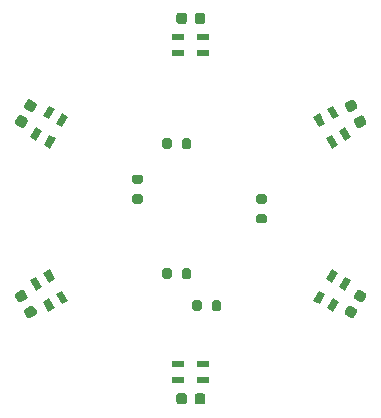
<source format=gbr>
%TF.GenerationSoftware,KiCad,Pcbnew,(5.1.9)-1*%
%TF.CreationDate,2021-09-26T19:09:17+02:00*%
%TF.ProjectId,SnowStar,536e6f77-5374-4617-922e-6b696361645f,rev?*%
%TF.SameCoordinates,Original*%
%TF.FileFunction,Paste,Top*%
%TF.FilePolarity,Positive*%
%FSLAX46Y46*%
G04 Gerber Fmt 4.6, Leading zero omitted, Abs format (unit mm)*
G04 Created by KiCad (PCBNEW (5.1.9)-1) date 2021-09-26 19:09:17*
%MOMM*%
%LPD*%
G01*
G04 APERTURE LIST*
%ADD10C,0.100000*%
%ADD11R,1.000000X0.600000*%
G04 APERTURE END LIST*
D10*
%TO.C,D2*%
G36*
X118929415Y-122582434D02*
G01*
X119449031Y-122282434D01*
X119949031Y-123148460D01*
X119429415Y-123448460D01*
X118929415Y-122582434D01*
G37*
G36*
X120055249Y-121932434D02*
G01*
X120574865Y-121632434D01*
X121074865Y-122498460D01*
X120555249Y-122798460D01*
X120055249Y-121932434D01*
G37*
G36*
X117879415Y-120763780D02*
G01*
X118399031Y-120463780D01*
X118899031Y-121329806D01*
X118379415Y-121629806D01*
X117879415Y-120763780D01*
G37*
G36*
X119005249Y-120113780D02*
G01*
X119524865Y-119813780D01*
X120024865Y-120679806D01*
X119505249Y-120979806D01*
X119005249Y-120113780D01*
G37*
%TD*%
%TO.C,D1*%
G36*
X120565249Y-106623780D02*
G01*
X121084865Y-106923780D01*
X120584865Y-107789806D01*
X120065249Y-107489806D01*
X120565249Y-106623780D01*
G37*
G36*
X119439415Y-105973780D02*
G01*
X119959031Y-106273780D01*
X119459031Y-107139806D01*
X118939415Y-106839806D01*
X119439415Y-105973780D01*
G37*
G36*
X119515249Y-108442434D02*
G01*
X120034865Y-108742434D01*
X119534865Y-109608460D01*
X119015249Y-109308460D01*
X119515249Y-108442434D01*
G37*
G36*
X118389415Y-107792434D02*
G01*
X118909031Y-108092434D01*
X118409031Y-108958460D01*
X117889415Y-108658460D01*
X118389415Y-107792434D01*
G37*
%TD*%
D11*
%TO.C,D6*%
X130417140Y-100201120D03*
X130417140Y-101501120D03*
X132517140Y-100201120D03*
X132517140Y-101501120D03*
%TD*%
D10*
%TO.C,D5*%
G36*
X143929031Y-109308460D02*
G01*
X143409415Y-109608460D01*
X142909415Y-108742434D01*
X143429031Y-108442434D01*
X143929031Y-109308460D01*
G37*
G36*
X145054865Y-108658460D02*
G01*
X144535249Y-108958460D01*
X144035249Y-108092434D01*
X144554865Y-107792434D01*
X145054865Y-108658460D01*
G37*
G36*
X142879031Y-107489806D02*
G01*
X142359415Y-107789806D01*
X141859415Y-106923780D01*
X142379031Y-106623780D01*
X142879031Y-107489806D01*
G37*
G36*
X144004865Y-106839806D02*
G01*
X143485249Y-107139806D01*
X142985249Y-106273780D01*
X143504865Y-105973780D01*
X144004865Y-106839806D01*
G37*
%TD*%
%TO.C,D4*%
G36*
X144554865Y-121629806D02*
G01*
X144035249Y-121329806D01*
X144535249Y-120463780D01*
X145054865Y-120763780D01*
X144554865Y-121629806D01*
G37*
G36*
X143429031Y-120979806D02*
G01*
X142909415Y-120679806D01*
X143409415Y-119813780D01*
X143929031Y-120113780D01*
X143429031Y-120979806D01*
G37*
G36*
X143504865Y-123448460D02*
G01*
X142985249Y-123148460D01*
X143485249Y-122282434D01*
X144004865Y-122582434D01*
X143504865Y-123448460D01*
G37*
G36*
X142379031Y-122798460D02*
G01*
X141859415Y-122498460D01*
X142359415Y-121632434D01*
X142879031Y-121932434D01*
X142379031Y-122798460D01*
G37*
%TD*%
D11*
%TO.C,D3*%
X130427140Y-127881120D03*
X130427140Y-129181120D03*
X132527140Y-127881120D03*
X132527140Y-129181120D03*
%TD*%
%TO.C,C1*%
G36*
G01*
X117138134Y-106807578D02*
X117571146Y-107057578D01*
G75*
G02*
X117653502Y-107364934I-112500J-194856D01*
G01*
X117428502Y-107754646D01*
G75*
G02*
X117121146Y-107837002I-194856J112500D01*
G01*
X116688134Y-107587002D01*
G75*
G02*
X116605778Y-107279646I112500J194856D01*
G01*
X116830778Y-106889934D01*
G75*
G02*
X117138134Y-106807578I194856J-112500D01*
G01*
G37*
G36*
G01*
X117913134Y-105465238D02*
X118346146Y-105715238D01*
G75*
G02*
X118428502Y-106022594I-112500J-194856D01*
G01*
X118203502Y-106412306D01*
G75*
G02*
X117896146Y-106494662I-194856J112500D01*
G01*
X117463134Y-106244662D01*
G75*
G02*
X117380778Y-105937306I112500J194856D01*
G01*
X117605778Y-105547594D01*
G75*
G02*
X117913134Y-105465238I194856J-112500D01*
G01*
G37*
%TD*%
%TO.C,C5*%
G36*
G01*
X146256146Y-107597002D02*
X145823134Y-107847002D01*
G75*
G02*
X145515778Y-107764646I-112500J194856D01*
G01*
X145290778Y-107374934D01*
G75*
G02*
X145373134Y-107067578I194856J112500D01*
G01*
X145806146Y-106817578D01*
G75*
G02*
X146113502Y-106899934I112500J-194856D01*
G01*
X146338502Y-107289646D01*
G75*
G02*
X146256146Y-107597002I-194856J-112500D01*
G01*
G37*
G36*
G01*
X145481146Y-106254662D02*
X145048134Y-106504662D01*
G75*
G02*
X144740778Y-106422306I-112500J194856D01*
G01*
X144515778Y-106032594D01*
G75*
G02*
X144598134Y-105725238I194856J112500D01*
G01*
X145031146Y-105475238D01*
G75*
G02*
X145338502Y-105557594I112500J-194856D01*
G01*
X145563502Y-105947306D01*
G75*
G02*
X145481146Y-106254662I-194856J-112500D01*
G01*
G37*
%TD*%
%TO.C,C6*%
G36*
G01*
X131152140Y-98341120D02*
X131152140Y-98841120D01*
G75*
G02*
X130927140Y-99066120I-225000J0D01*
G01*
X130477140Y-99066120D01*
G75*
G02*
X130252140Y-98841120I0J225000D01*
G01*
X130252140Y-98341120D01*
G75*
G02*
X130477140Y-98116120I225000J0D01*
G01*
X130927140Y-98116120D01*
G75*
G02*
X131152140Y-98341120I0J-225000D01*
G01*
G37*
G36*
G01*
X132702140Y-98341120D02*
X132702140Y-98841120D01*
G75*
G02*
X132477140Y-99066120I-225000J0D01*
G01*
X132027140Y-99066120D01*
G75*
G02*
X131802140Y-98841120I0J225000D01*
G01*
X131802140Y-98341120D01*
G75*
G02*
X132027140Y-98116120I225000J0D01*
G01*
X132477140Y-98116120D01*
G75*
G02*
X132702140Y-98341120I0J-225000D01*
G01*
G37*
%TD*%
%TO.C,C4*%
G36*
G01*
X145031146Y-123957002D02*
X144598134Y-123707002D01*
G75*
G02*
X144515778Y-123399646I112500J194856D01*
G01*
X144740778Y-123009934D01*
G75*
G02*
X145048134Y-122927578I194856J-112500D01*
G01*
X145481146Y-123177578D01*
G75*
G02*
X145563502Y-123484934I-112500J-194856D01*
G01*
X145338502Y-123874646D01*
G75*
G02*
X145031146Y-123957002I-194856J112500D01*
G01*
G37*
G36*
G01*
X145806146Y-122614662D02*
X145373134Y-122364662D01*
G75*
G02*
X145290778Y-122057306I112500J194856D01*
G01*
X145515778Y-121667594D01*
G75*
G02*
X145823134Y-121585238I194856J-112500D01*
G01*
X146256146Y-121835238D01*
G75*
G02*
X146338502Y-122142594I-112500J-194856D01*
G01*
X146113502Y-122532306D01*
G75*
G02*
X145806146Y-122614662I-194856J112500D01*
G01*
G37*
%TD*%
%TO.C,C3*%
G36*
G01*
X131802140Y-131051120D02*
X131802140Y-130551120D01*
G75*
G02*
X132027140Y-130326120I225000J0D01*
G01*
X132477140Y-130326120D01*
G75*
G02*
X132702140Y-130551120I0J-225000D01*
G01*
X132702140Y-131051120D01*
G75*
G02*
X132477140Y-131276120I-225000J0D01*
G01*
X132027140Y-131276120D01*
G75*
G02*
X131802140Y-131051120I0J225000D01*
G01*
G37*
G36*
G01*
X130252140Y-131051120D02*
X130252140Y-130551120D01*
G75*
G02*
X130477140Y-130326120I225000J0D01*
G01*
X130927140Y-130326120D01*
G75*
G02*
X131152140Y-130551120I0J-225000D01*
G01*
X131152140Y-131051120D01*
G75*
G02*
X130927140Y-131276120I-225000J0D01*
G01*
X130477140Y-131276120D01*
G75*
G02*
X130252140Y-131051120I0J225000D01*
G01*
G37*
%TD*%
%TO.C,C2*%
G36*
G01*
X116678134Y-121835238D02*
X117111146Y-121585238D01*
G75*
G02*
X117418502Y-121667594I112500J-194856D01*
G01*
X117643502Y-122057306D01*
G75*
G02*
X117561146Y-122364662I-194856J-112500D01*
G01*
X117128134Y-122614662D01*
G75*
G02*
X116820778Y-122532306I-112500J194856D01*
G01*
X116595778Y-122142594D01*
G75*
G02*
X116678134Y-121835238I194856J112500D01*
G01*
G37*
G36*
G01*
X117453134Y-123177578D02*
X117886146Y-122927578D01*
G75*
G02*
X118193502Y-123009934I112500J-194856D01*
G01*
X118418502Y-123399646D01*
G75*
G02*
X118336146Y-123707002I-194856J-112500D01*
G01*
X117903134Y-123957002D01*
G75*
G02*
X117595778Y-123874646I-112500J194856D01*
G01*
X117370778Y-123484934D01*
G75*
G02*
X117453134Y-123177578I194856J112500D01*
G01*
G37*
%TD*%
%TO.C,R1*%
G36*
G01*
X131517140Y-119936120D02*
X131517140Y-120486120D01*
G75*
G02*
X131317140Y-120686120I-200000J0D01*
G01*
X130917140Y-120686120D01*
G75*
G02*
X130717140Y-120486120I0J200000D01*
G01*
X130717140Y-119936120D01*
G75*
G02*
X130917140Y-119736120I200000J0D01*
G01*
X131317140Y-119736120D01*
G75*
G02*
X131517140Y-119936120I0J-200000D01*
G01*
G37*
G36*
G01*
X129867140Y-119936120D02*
X129867140Y-120486120D01*
G75*
G02*
X129667140Y-120686120I-200000J0D01*
G01*
X129267140Y-120686120D01*
G75*
G02*
X129067140Y-120486120I0J200000D01*
G01*
X129067140Y-119936120D01*
G75*
G02*
X129267140Y-119736120I200000J0D01*
G01*
X129667140Y-119736120D01*
G75*
G02*
X129867140Y-119936120I0J-200000D01*
G01*
G37*
%TD*%
%TO.C,R2*%
G36*
G01*
X137742140Y-115936120D02*
X137192140Y-115936120D01*
G75*
G02*
X136992140Y-115736120I0J200000D01*
G01*
X136992140Y-115336120D01*
G75*
G02*
X137192140Y-115136120I200000J0D01*
G01*
X137742140Y-115136120D01*
G75*
G02*
X137942140Y-115336120I0J-200000D01*
G01*
X137942140Y-115736120D01*
G75*
G02*
X137742140Y-115936120I-200000J0D01*
G01*
G37*
G36*
G01*
X137742140Y-114286120D02*
X137192140Y-114286120D01*
G75*
G02*
X136992140Y-114086120I0J200000D01*
G01*
X136992140Y-113686120D01*
G75*
G02*
X137192140Y-113486120I200000J0D01*
G01*
X137742140Y-113486120D01*
G75*
G02*
X137942140Y-113686120I0J-200000D01*
G01*
X137942140Y-114086120D01*
G75*
G02*
X137742140Y-114286120I-200000J0D01*
G01*
G37*
%TD*%
%TO.C,R3*%
G36*
G01*
X129867140Y-108936120D02*
X129867140Y-109486120D01*
G75*
G02*
X129667140Y-109686120I-200000J0D01*
G01*
X129267140Y-109686120D01*
G75*
G02*
X129067140Y-109486120I0J200000D01*
G01*
X129067140Y-108936120D01*
G75*
G02*
X129267140Y-108736120I200000J0D01*
G01*
X129667140Y-108736120D01*
G75*
G02*
X129867140Y-108936120I0J-200000D01*
G01*
G37*
G36*
G01*
X131517140Y-108936120D02*
X131517140Y-109486120D01*
G75*
G02*
X131317140Y-109686120I-200000J0D01*
G01*
X130917140Y-109686120D01*
G75*
G02*
X130717140Y-109486120I0J200000D01*
G01*
X130717140Y-108936120D01*
G75*
G02*
X130917140Y-108736120I200000J0D01*
G01*
X131317140Y-108736120D01*
G75*
G02*
X131517140Y-108936120I0J-200000D01*
G01*
G37*
%TD*%
%TO.C,R7*%
G36*
G01*
X126692140Y-111811120D02*
X127242140Y-111811120D01*
G75*
G02*
X127442140Y-112011120I0J-200000D01*
G01*
X127442140Y-112411120D01*
G75*
G02*
X127242140Y-112611120I-200000J0D01*
G01*
X126692140Y-112611120D01*
G75*
G02*
X126492140Y-112411120I0J200000D01*
G01*
X126492140Y-112011120D01*
G75*
G02*
X126692140Y-111811120I200000J0D01*
G01*
G37*
G36*
G01*
X126692140Y-113461120D02*
X127242140Y-113461120D01*
G75*
G02*
X127442140Y-113661120I0J-200000D01*
G01*
X127442140Y-114061120D01*
G75*
G02*
X127242140Y-114261120I-200000J0D01*
G01*
X126692140Y-114261120D01*
G75*
G02*
X126492140Y-114061120I0J200000D01*
G01*
X126492140Y-113661120D01*
G75*
G02*
X126692140Y-113461120I200000J0D01*
G01*
G37*
%TD*%
%TO.C,R8*%
G36*
G01*
X132417140Y-122636120D02*
X132417140Y-123186120D01*
G75*
G02*
X132217140Y-123386120I-200000J0D01*
G01*
X131817140Y-123386120D01*
G75*
G02*
X131617140Y-123186120I0J200000D01*
G01*
X131617140Y-122636120D01*
G75*
G02*
X131817140Y-122436120I200000J0D01*
G01*
X132217140Y-122436120D01*
G75*
G02*
X132417140Y-122636120I0J-200000D01*
G01*
G37*
G36*
G01*
X134067140Y-122636120D02*
X134067140Y-123186120D01*
G75*
G02*
X133867140Y-123386120I-200000J0D01*
G01*
X133467140Y-123386120D01*
G75*
G02*
X133267140Y-123186120I0J200000D01*
G01*
X133267140Y-122636120D01*
G75*
G02*
X133467140Y-122436120I200000J0D01*
G01*
X133867140Y-122436120D01*
G75*
G02*
X134067140Y-122636120I0J-200000D01*
G01*
G37*
%TD*%
M02*

</source>
